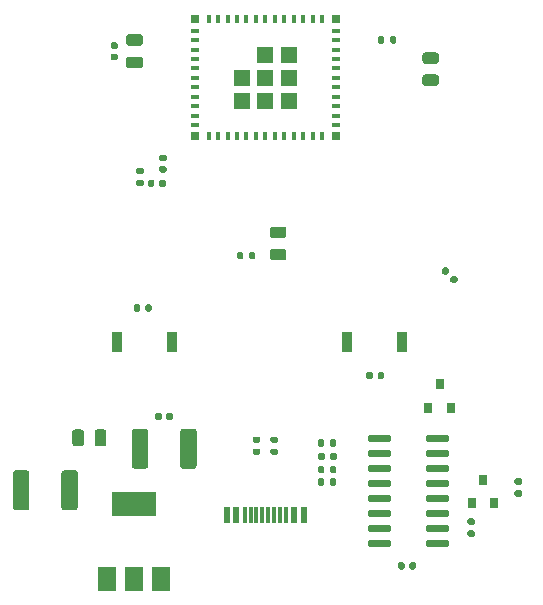
<source format=gbr>
%TF.GenerationSoftware,KiCad,Pcbnew,(5.1.12-1-10_14)*%
%TF.CreationDate,2021-12-26T14:39:33+08:00*%
%TF.ProjectId,esp32-c1_devboard,65737033-322d-4633-915f-646576626f61,rev?*%
%TF.SameCoordinates,Original*%
%TF.FileFunction,Paste,Top*%
%TF.FilePolarity,Positive*%
%FSLAX46Y46*%
G04 Gerber Fmt 4.6, Leading zero omitted, Abs format (unit mm)*
G04 Created by KiCad (PCBNEW (5.1.12-1-10_14)) date 2021-12-26 14:39:33*
%MOMM*%
%LPD*%
G01*
G04 APERTURE LIST*
%ADD10R,0.899998X1.699997*%
%ADD11R,1.500000X2.000000*%
%ADD12R,3.800000X2.000000*%
%ADD13R,0.399999X0.799998*%
%ADD14R,0.799998X0.399999*%
%ADD15R,1.450010X1.450010*%
%ADD16R,0.799998X0.799998*%
%ADD17R,0.800000X0.900000*%
%ADD18R,0.600000X1.450000*%
%ADD19R,0.300000X1.450000*%
G04 APERTURE END LIST*
%TO.C,R14*%
G36*
G01*
X123620000Y-70835000D02*
X123620000Y-70465000D01*
G75*
G02*
X123755000Y-70330000I135000J0D01*
G01*
X124025000Y-70330000D01*
G75*
G02*
X124160000Y-70465000I0J-135000D01*
G01*
X124160000Y-70835000D01*
G75*
G02*
X124025000Y-70970000I-135000J0D01*
G01*
X123755000Y-70970000D01*
G75*
G02*
X123620000Y-70835000I0J135000D01*
G01*
G37*
G36*
G01*
X122600000Y-70835000D02*
X122600000Y-70465000D01*
G75*
G02*
X122735000Y-70330000I135000J0D01*
G01*
X123005000Y-70330000D01*
G75*
G02*
X123140000Y-70465000I0J-135000D01*
G01*
X123140000Y-70835000D01*
G75*
G02*
X123005000Y-70970000I-135000J0D01*
G01*
X122735000Y-70970000D01*
G75*
G02*
X122600000Y-70835000I0J135000D01*
G01*
G37*
%TD*%
%TO.C,R12*%
G36*
G01*
X135080000Y-52195000D02*
X135080000Y-52565000D01*
G75*
G02*
X134945000Y-52700000I-135000J0D01*
G01*
X134675000Y-52700000D01*
G75*
G02*
X134540000Y-52565000I0J135000D01*
G01*
X134540000Y-52195000D01*
G75*
G02*
X134675000Y-52060000I135000J0D01*
G01*
X134945000Y-52060000D01*
G75*
G02*
X135080000Y-52195000I0J-135000D01*
G01*
G37*
G36*
G01*
X136100000Y-52195000D02*
X136100000Y-52565000D01*
G75*
G02*
X135965000Y-52700000I-135000J0D01*
G01*
X135695000Y-52700000D01*
G75*
G02*
X135560000Y-52565000I0J135000D01*
G01*
X135560000Y-52195000D01*
G75*
G02*
X135695000Y-52060000I135000J0D01*
G01*
X135965000Y-52060000D01*
G75*
G02*
X136100000Y-52195000I0J-135000D01*
G01*
G37*
%TD*%
%TO.C,IO4*%
G36*
G01*
X126546250Y-69170000D02*
X125633750Y-69170000D01*
G75*
G02*
X125390000Y-68926250I0J243750D01*
G01*
X125390000Y-68438750D01*
G75*
G02*
X125633750Y-68195000I243750J0D01*
G01*
X126546250Y-68195000D01*
G75*
G02*
X126790000Y-68438750I0J-243750D01*
G01*
X126790000Y-68926250D01*
G75*
G02*
X126546250Y-69170000I-243750J0D01*
G01*
G37*
G36*
G01*
X126546250Y-71045000D02*
X125633750Y-71045000D01*
G75*
G02*
X125390000Y-70801250I0J243750D01*
G01*
X125390000Y-70313750D01*
G75*
G02*
X125633750Y-70070000I243750J0D01*
G01*
X126546250Y-70070000D01*
G75*
G02*
X126790000Y-70313750I0J-243750D01*
G01*
X126790000Y-70801250D01*
G75*
G02*
X126546250Y-71045000I-243750J0D01*
G01*
G37*
%TD*%
%TO.C,VCC*%
G36*
G01*
X138533750Y-55310000D02*
X139446250Y-55310000D01*
G75*
G02*
X139690000Y-55553750I0J-243750D01*
G01*
X139690000Y-56041250D01*
G75*
G02*
X139446250Y-56285000I-243750J0D01*
G01*
X138533750Y-56285000D01*
G75*
G02*
X138290000Y-56041250I0J243750D01*
G01*
X138290000Y-55553750D01*
G75*
G02*
X138533750Y-55310000I243750J0D01*
G01*
G37*
G36*
G01*
X138533750Y-53435000D02*
X139446250Y-53435000D01*
G75*
G02*
X139690000Y-53678750I0J-243750D01*
G01*
X139690000Y-54166250D01*
G75*
G02*
X139446250Y-54410000I-243750J0D01*
G01*
X138533750Y-54410000D01*
G75*
G02*
X138290000Y-54166250I0J243750D01*
G01*
X138290000Y-53678750D01*
G75*
G02*
X138533750Y-53435000I243750J0D01*
G01*
G37*
%TD*%
%TO.C,C7*%
G36*
G01*
X105030000Y-89069999D02*
X105030000Y-91970001D01*
G75*
G02*
X104780001Y-92220000I-249999J0D01*
G01*
X103879999Y-92220000D01*
G75*
G02*
X103630000Y-91970001I0J249999D01*
G01*
X103630000Y-89069999D01*
G75*
G02*
X103879999Y-88820000I249999J0D01*
G01*
X104780001Y-88820000D01*
G75*
G02*
X105030000Y-89069999I0J-249999D01*
G01*
G37*
G36*
G01*
X109130000Y-89069999D02*
X109130000Y-91970001D01*
G75*
G02*
X108880001Y-92220000I-249999J0D01*
G01*
X107979999Y-92220000D01*
G75*
G02*
X107730000Y-91970001I0J249999D01*
G01*
X107730000Y-89069999D01*
G75*
G02*
X107979999Y-88820000I249999J0D01*
G01*
X108880001Y-88820000D01*
G75*
G02*
X109130000Y-89069999I0J-249999D01*
G01*
G37*
%TD*%
%TO.C,C5*%
G36*
G01*
X115090000Y-85549999D02*
X115090000Y-88450001D01*
G75*
G02*
X114840001Y-88700000I-249999J0D01*
G01*
X113939999Y-88700000D01*
G75*
G02*
X113690000Y-88450001I0J249999D01*
G01*
X113690000Y-85549999D01*
G75*
G02*
X113939999Y-85300000I249999J0D01*
G01*
X114840001Y-85300000D01*
G75*
G02*
X115090000Y-85549999I0J-249999D01*
G01*
G37*
G36*
G01*
X119190000Y-85549999D02*
X119190000Y-88450001D01*
G75*
G02*
X118940001Y-88700000I-249999J0D01*
G01*
X118039999Y-88700000D01*
G75*
G02*
X117790000Y-88450001I0J249999D01*
G01*
X117790000Y-85549999D01*
G75*
G02*
X118039999Y-85300000I249999J0D01*
G01*
X118940001Y-85300000D01*
G75*
G02*
X119190000Y-85549999I0J-249999D01*
G01*
G37*
%TD*%
D10*
%TO.C,RESET*%
X112470030Y-78000000D03*
X117069970Y-78000000D03*
%TD*%
%TO.C,BOOT*%
X131940030Y-78000000D03*
X136539970Y-78000000D03*
%TD*%
D11*
%TO.C,U4*%
X111560000Y-98010000D03*
X116160000Y-98010000D03*
X113860000Y-98010000D03*
D12*
X113860000Y-91710000D03*
%TD*%
%TO.C,U2*%
G36*
G01*
X138620000Y-86285000D02*
X138620000Y-85985000D01*
G75*
G02*
X138770000Y-85835000I150000J0D01*
G01*
X140420000Y-85835000D01*
G75*
G02*
X140570000Y-85985000I0J-150000D01*
G01*
X140570000Y-86285000D01*
G75*
G02*
X140420000Y-86435000I-150000J0D01*
G01*
X138770000Y-86435000D01*
G75*
G02*
X138620000Y-86285000I0J150000D01*
G01*
G37*
G36*
G01*
X138620000Y-87555000D02*
X138620000Y-87255000D01*
G75*
G02*
X138770000Y-87105000I150000J0D01*
G01*
X140420000Y-87105000D01*
G75*
G02*
X140570000Y-87255000I0J-150000D01*
G01*
X140570000Y-87555000D01*
G75*
G02*
X140420000Y-87705000I-150000J0D01*
G01*
X138770000Y-87705000D01*
G75*
G02*
X138620000Y-87555000I0J150000D01*
G01*
G37*
G36*
G01*
X138620000Y-88825000D02*
X138620000Y-88525000D01*
G75*
G02*
X138770000Y-88375000I150000J0D01*
G01*
X140420000Y-88375000D01*
G75*
G02*
X140570000Y-88525000I0J-150000D01*
G01*
X140570000Y-88825000D01*
G75*
G02*
X140420000Y-88975000I-150000J0D01*
G01*
X138770000Y-88975000D01*
G75*
G02*
X138620000Y-88825000I0J150000D01*
G01*
G37*
G36*
G01*
X138620000Y-90095000D02*
X138620000Y-89795000D01*
G75*
G02*
X138770000Y-89645000I150000J0D01*
G01*
X140420000Y-89645000D01*
G75*
G02*
X140570000Y-89795000I0J-150000D01*
G01*
X140570000Y-90095000D01*
G75*
G02*
X140420000Y-90245000I-150000J0D01*
G01*
X138770000Y-90245000D01*
G75*
G02*
X138620000Y-90095000I0J150000D01*
G01*
G37*
G36*
G01*
X138620000Y-91365000D02*
X138620000Y-91065000D01*
G75*
G02*
X138770000Y-90915000I150000J0D01*
G01*
X140420000Y-90915000D01*
G75*
G02*
X140570000Y-91065000I0J-150000D01*
G01*
X140570000Y-91365000D01*
G75*
G02*
X140420000Y-91515000I-150000J0D01*
G01*
X138770000Y-91515000D01*
G75*
G02*
X138620000Y-91365000I0J150000D01*
G01*
G37*
G36*
G01*
X138620000Y-92635000D02*
X138620000Y-92335000D01*
G75*
G02*
X138770000Y-92185000I150000J0D01*
G01*
X140420000Y-92185000D01*
G75*
G02*
X140570000Y-92335000I0J-150000D01*
G01*
X140570000Y-92635000D01*
G75*
G02*
X140420000Y-92785000I-150000J0D01*
G01*
X138770000Y-92785000D01*
G75*
G02*
X138620000Y-92635000I0J150000D01*
G01*
G37*
G36*
G01*
X138620000Y-93905000D02*
X138620000Y-93605000D01*
G75*
G02*
X138770000Y-93455000I150000J0D01*
G01*
X140420000Y-93455000D01*
G75*
G02*
X140570000Y-93605000I0J-150000D01*
G01*
X140570000Y-93905000D01*
G75*
G02*
X140420000Y-94055000I-150000J0D01*
G01*
X138770000Y-94055000D01*
G75*
G02*
X138620000Y-93905000I0J150000D01*
G01*
G37*
G36*
G01*
X138620000Y-95175000D02*
X138620000Y-94875000D01*
G75*
G02*
X138770000Y-94725000I150000J0D01*
G01*
X140420000Y-94725000D01*
G75*
G02*
X140570000Y-94875000I0J-150000D01*
G01*
X140570000Y-95175000D01*
G75*
G02*
X140420000Y-95325000I-150000J0D01*
G01*
X138770000Y-95325000D01*
G75*
G02*
X138620000Y-95175000I0J150000D01*
G01*
G37*
G36*
G01*
X133670000Y-95175000D02*
X133670000Y-94875000D01*
G75*
G02*
X133820000Y-94725000I150000J0D01*
G01*
X135470000Y-94725000D01*
G75*
G02*
X135620000Y-94875000I0J-150000D01*
G01*
X135620000Y-95175000D01*
G75*
G02*
X135470000Y-95325000I-150000J0D01*
G01*
X133820000Y-95325000D01*
G75*
G02*
X133670000Y-95175000I0J150000D01*
G01*
G37*
G36*
G01*
X133670000Y-93905000D02*
X133670000Y-93605000D01*
G75*
G02*
X133820000Y-93455000I150000J0D01*
G01*
X135470000Y-93455000D01*
G75*
G02*
X135620000Y-93605000I0J-150000D01*
G01*
X135620000Y-93905000D01*
G75*
G02*
X135470000Y-94055000I-150000J0D01*
G01*
X133820000Y-94055000D01*
G75*
G02*
X133670000Y-93905000I0J150000D01*
G01*
G37*
G36*
G01*
X133670000Y-92635000D02*
X133670000Y-92335000D01*
G75*
G02*
X133820000Y-92185000I150000J0D01*
G01*
X135470000Y-92185000D01*
G75*
G02*
X135620000Y-92335000I0J-150000D01*
G01*
X135620000Y-92635000D01*
G75*
G02*
X135470000Y-92785000I-150000J0D01*
G01*
X133820000Y-92785000D01*
G75*
G02*
X133670000Y-92635000I0J150000D01*
G01*
G37*
G36*
G01*
X133670000Y-91365000D02*
X133670000Y-91065000D01*
G75*
G02*
X133820000Y-90915000I150000J0D01*
G01*
X135470000Y-90915000D01*
G75*
G02*
X135620000Y-91065000I0J-150000D01*
G01*
X135620000Y-91365000D01*
G75*
G02*
X135470000Y-91515000I-150000J0D01*
G01*
X133820000Y-91515000D01*
G75*
G02*
X133670000Y-91365000I0J150000D01*
G01*
G37*
G36*
G01*
X133670000Y-90095000D02*
X133670000Y-89795000D01*
G75*
G02*
X133820000Y-89645000I150000J0D01*
G01*
X135470000Y-89645000D01*
G75*
G02*
X135620000Y-89795000I0J-150000D01*
G01*
X135620000Y-90095000D01*
G75*
G02*
X135470000Y-90245000I-150000J0D01*
G01*
X133820000Y-90245000D01*
G75*
G02*
X133670000Y-90095000I0J150000D01*
G01*
G37*
G36*
G01*
X133670000Y-88825000D02*
X133670000Y-88525000D01*
G75*
G02*
X133820000Y-88375000I150000J0D01*
G01*
X135470000Y-88375000D01*
G75*
G02*
X135620000Y-88525000I0J-150000D01*
G01*
X135620000Y-88825000D01*
G75*
G02*
X135470000Y-88975000I-150000J0D01*
G01*
X133820000Y-88975000D01*
G75*
G02*
X133670000Y-88825000I0J150000D01*
G01*
G37*
G36*
G01*
X133670000Y-87555000D02*
X133670000Y-87255000D01*
G75*
G02*
X133820000Y-87105000I150000J0D01*
G01*
X135470000Y-87105000D01*
G75*
G02*
X135620000Y-87255000I0J-150000D01*
G01*
X135620000Y-87555000D01*
G75*
G02*
X135470000Y-87705000I-150000J0D01*
G01*
X133820000Y-87705000D01*
G75*
G02*
X133670000Y-87555000I0J150000D01*
G01*
G37*
G36*
G01*
X133670000Y-86285000D02*
X133670000Y-85985000D01*
G75*
G02*
X133820000Y-85835000I150000J0D01*
G01*
X135470000Y-85835000D01*
G75*
G02*
X135620000Y-85985000I0J-150000D01*
G01*
X135620000Y-86285000D01*
G75*
G02*
X135470000Y-86435000I-150000J0D01*
G01*
X133820000Y-86435000D01*
G75*
G02*
X133670000Y-86285000I0J150000D01*
G01*
G37*
%TD*%
D13*
%TO.C,U1*%
X121800108Y-50650048D03*
X122600208Y-50650048D03*
X123400054Y-50650048D03*
X124200154Y-50650048D03*
X125000254Y-50650048D03*
X125800100Y-50650048D03*
X126600200Y-50650048D03*
X127400046Y-50650048D03*
X128200146Y-50650048D03*
X128999992Y-50650048D03*
X129800092Y-50650048D03*
D14*
X130949950Y-55600000D03*
X130949950Y-56400100D03*
X130949950Y-57199946D03*
X130949950Y-58000046D03*
X130949950Y-58800146D03*
X130949950Y-59599992D03*
D13*
X120199908Y-60549952D03*
X121000008Y-60549952D03*
X121799854Y-60549952D03*
X122599954Y-60549952D03*
D15*
X125000000Y-55600000D03*
D16*
X119050050Y-50650048D03*
X119050050Y-60549952D03*
X130949950Y-60549952D03*
X130949950Y-50650048D03*
D14*
X119050050Y-51600008D03*
X119050050Y-52400108D03*
X119050050Y-53199954D03*
X119050050Y-54000054D03*
X119050050Y-54799900D03*
X119050050Y-55600000D03*
X119050050Y-56399846D03*
X119050050Y-57199946D03*
X119050050Y-58000046D03*
X119050050Y-58799892D03*
X119050050Y-59599992D03*
D13*
X123400054Y-60549952D03*
X124200154Y-60549952D03*
X125000000Y-60549952D03*
X125800100Y-60549952D03*
X126599946Y-60549952D03*
X127400046Y-60549952D03*
X128199892Y-60549952D03*
X128999992Y-60549952D03*
X129800092Y-60549952D03*
D14*
X130949950Y-54800154D03*
X130949950Y-54000054D03*
X130949950Y-53200208D03*
X130949950Y-52399854D03*
X130949950Y-51600008D03*
D13*
X121000008Y-50650048D03*
X120200162Y-50650048D03*
D15*
X126975104Y-55600000D03*
X126975104Y-53624896D03*
X125000000Y-53624896D03*
X123024896Y-55600000D03*
X123024896Y-57575104D03*
X125000000Y-57575104D03*
X126975104Y-57575104D03*
%TD*%
%TO.C,R13*%
G36*
G01*
X140561109Y-72009480D02*
X140299480Y-72271109D01*
G75*
G02*
X140108562Y-72271109I-95459J95459D01*
G01*
X139917643Y-72080190D01*
G75*
G02*
X139917643Y-71889272I95459J95459D01*
G01*
X140179272Y-71627643D01*
G75*
G02*
X140370190Y-71627643I95459J-95459D01*
G01*
X140561109Y-71818562D01*
G75*
G02*
X140561109Y-72009480I-95459J-95459D01*
G01*
G37*
G36*
G01*
X141282357Y-72730728D02*
X141020728Y-72992357D01*
G75*
G02*
X140829810Y-72992357I-95459J95459D01*
G01*
X140638891Y-72801438D01*
G75*
G02*
X140638891Y-72610520I95459J95459D01*
G01*
X140900520Y-72348891D01*
G75*
G02*
X141091438Y-72348891I95459J-95459D01*
G01*
X141282357Y-72539810D01*
G75*
G02*
X141282357Y-72730728I-95459J-95459D01*
G01*
G37*
%TD*%
%TO.C,R11*%
G36*
G01*
X114555000Y-63750000D02*
X114185000Y-63750000D01*
G75*
G02*
X114050000Y-63615000I0J135000D01*
G01*
X114050000Y-63345000D01*
G75*
G02*
X114185000Y-63210000I135000J0D01*
G01*
X114555000Y-63210000D01*
G75*
G02*
X114690000Y-63345000I0J-135000D01*
G01*
X114690000Y-63615000D01*
G75*
G02*
X114555000Y-63750000I-135000J0D01*
G01*
G37*
G36*
G01*
X114555000Y-64770000D02*
X114185000Y-64770000D01*
G75*
G02*
X114050000Y-64635000I0J135000D01*
G01*
X114050000Y-64365000D01*
G75*
G02*
X114185000Y-64230000I135000J0D01*
G01*
X114555000Y-64230000D01*
G75*
G02*
X114690000Y-64365000I0J-135000D01*
G01*
X114690000Y-64635000D01*
G75*
G02*
X114555000Y-64770000I-135000J0D01*
G01*
G37*
%TD*%
%TO.C,R10*%
G36*
G01*
X146225000Y-90520000D02*
X146595000Y-90520000D01*
G75*
G02*
X146730000Y-90655000I0J-135000D01*
G01*
X146730000Y-90925000D01*
G75*
G02*
X146595000Y-91060000I-135000J0D01*
G01*
X146225000Y-91060000D01*
G75*
G02*
X146090000Y-90925000I0J135000D01*
G01*
X146090000Y-90655000D01*
G75*
G02*
X146225000Y-90520000I135000J0D01*
G01*
G37*
G36*
G01*
X146225000Y-89500000D02*
X146595000Y-89500000D01*
G75*
G02*
X146730000Y-89635000I0J-135000D01*
G01*
X146730000Y-89905000D01*
G75*
G02*
X146595000Y-90040000I-135000J0D01*
G01*
X146225000Y-90040000D01*
G75*
G02*
X146090000Y-89905000I0J135000D01*
G01*
X146090000Y-89635000D01*
G75*
G02*
X146225000Y-89500000I135000J0D01*
G01*
G37*
%TD*%
%TO.C,R9*%
G36*
G01*
X142245000Y-93920000D02*
X142615000Y-93920000D01*
G75*
G02*
X142750000Y-94055000I0J-135000D01*
G01*
X142750000Y-94325000D01*
G75*
G02*
X142615000Y-94460000I-135000J0D01*
G01*
X142245000Y-94460000D01*
G75*
G02*
X142110000Y-94325000I0J135000D01*
G01*
X142110000Y-94055000D01*
G75*
G02*
X142245000Y-93920000I135000J0D01*
G01*
G37*
G36*
G01*
X142245000Y-92900000D02*
X142615000Y-92900000D01*
G75*
G02*
X142750000Y-93035000I0J-135000D01*
G01*
X142750000Y-93305000D01*
G75*
G02*
X142615000Y-93440000I-135000J0D01*
G01*
X142245000Y-93440000D01*
G75*
G02*
X142110000Y-93305000I0J135000D01*
G01*
X142110000Y-93035000D01*
G75*
G02*
X142245000Y-92900000I135000J0D01*
G01*
G37*
%TD*%
%TO.C,R8*%
G36*
G01*
X130020000Y-87485000D02*
X130020000Y-87855000D01*
G75*
G02*
X129885000Y-87990000I-135000J0D01*
G01*
X129615000Y-87990000D01*
G75*
G02*
X129480000Y-87855000I0J135000D01*
G01*
X129480000Y-87485000D01*
G75*
G02*
X129615000Y-87350000I135000J0D01*
G01*
X129885000Y-87350000D01*
G75*
G02*
X130020000Y-87485000I0J-135000D01*
G01*
G37*
G36*
G01*
X131040000Y-87485000D02*
X131040000Y-87855000D01*
G75*
G02*
X130905000Y-87990000I-135000J0D01*
G01*
X130635000Y-87990000D01*
G75*
G02*
X130500000Y-87855000I0J135000D01*
G01*
X130500000Y-87485000D01*
G75*
G02*
X130635000Y-87350000I135000J0D01*
G01*
X130905000Y-87350000D01*
G75*
G02*
X131040000Y-87485000I0J-135000D01*
G01*
G37*
%TD*%
%TO.C,R7*%
G36*
G01*
X130000000Y-86325000D02*
X130000000Y-86695000D01*
G75*
G02*
X129865000Y-86830000I-135000J0D01*
G01*
X129595000Y-86830000D01*
G75*
G02*
X129460000Y-86695000I0J135000D01*
G01*
X129460000Y-86325000D01*
G75*
G02*
X129595000Y-86190000I135000J0D01*
G01*
X129865000Y-86190000D01*
G75*
G02*
X130000000Y-86325000I0J-135000D01*
G01*
G37*
G36*
G01*
X131020000Y-86325000D02*
X131020000Y-86695000D01*
G75*
G02*
X130885000Y-86830000I-135000J0D01*
G01*
X130615000Y-86830000D01*
G75*
G02*
X130480000Y-86695000I0J135000D01*
G01*
X130480000Y-86325000D01*
G75*
G02*
X130615000Y-86190000I135000J0D01*
G01*
X130885000Y-86190000D01*
G75*
G02*
X131020000Y-86325000I0J-135000D01*
G01*
G37*
%TD*%
%TO.C,R6*%
G36*
G01*
X130480000Y-88955000D02*
X130480000Y-88585000D01*
G75*
G02*
X130615000Y-88450000I135000J0D01*
G01*
X130885000Y-88450000D01*
G75*
G02*
X131020000Y-88585000I0J-135000D01*
G01*
X131020000Y-88955000D01*
G75*
G02*
X130885000Y-89090000I-135000J0D01*
G01*
X130615000Y-89090000D01*
G75*
G02*
X130480000Y-88955000I0J135000D01*
G01*
G37*
G36*
G01*
X129460000Y-88955000D02*
X129460000Y-88585000D01*
G75*
G02*
X129595000Y-88450000I135000J0D01*
G01*
X129865000Y-88450000D01*
G75*
G02*
X130000000Y-88585000I0J-135000D01*
G01*
X130000000Y-88955000D01*
G75*
G02*
X129865000Y-89090000I-135000J0D01*
G01*
X129595000Y-89090000D01*
G75*
G02*
X129460000Y-88955000I0J135000D01*
G01*
G37*
%TD*%
%TO.C,R5*%
G36*
G01*
X125935000Y-86510000D02*
X125565000Y-86510000D01*
G75*
G02*
X125430000Y-86375000I0J135000D01*
G01*
X125430000Y-86105000D01*
G75*
G02*
X125565000Y-85970000I135000J0D01*
G01*
X125935000Y-85970000D01*
G75*
G02*
X126070000Y-86105000I0J-135000D01*
G01*
X126070000Y-86375000D01*
G75*
G02*
X125935000Y-86510000I-135000J0D01*
G01*
G37*
G36*
G01*
X125935000Y-87530000D02*
X125565000Y-87530000D01*
G75*
G02*
X125430000Y-87395000I0J135000D01*
G01*
X125430000Y-87125000D01*
G75*
G02*
X125565000Y-86990000I135000J0D01*
G01*
X125935000Y-86990000D01*
G75*
G02*
X126070000Y-87125000I0J-135000D01*
G01*
X126070000Y-87395000D01*
G75*
G02*
X125935000Y-87530000I-135000J0D01*
G01*
G37*
%TD*%
%TO.C,R4*%
G36*
G01*
X124435000Y-86510000D02*
X124065000Y-86510000D01*
G75*
G02*
X123930000Y-86375000I0J135000D01*
G01*
X123930000Y-86105000D01*
G75*
G02*
X124065000Y-85970000I135000J0D01*
G01*
X124435000Y-85970000D01*
G75*
G02*
X124570000Y-86105000I0J-135000D01*
G01*
X124570000Y-86375000D01*
G75*
G02*
X124435000Y-86510000I-135000J0D01*
G01*
G37*
G36*
G01*
X124435000Y-87530000D02*
X124065000Y-87530000D01*
G75*
G02*
X123930000Y-87395000I0J135000D01*
G01*
X123930000Y-87125000D01*
G75*
G02*
X124065000Y-86990000I135000J0D01*
G01*
X124435000Y-86990000D01*
G75*
G02*
X124570000Y-87125000I0J-135000D01*
G01*
X124570000Y-87395000D01*
G75*
G02*
X124435000Y-87530000I-135000J0D01*
G01*
G37*
%TD*%
%TO.C,R3*%
G36*
G01*
X130460000Y-89995000D02*
X130460000Y-89625000D01*
G75*
G02*
X130595000Y-89490000I135000J0D01*
G01*
X130865000Y-89490000D01*
G75*
G02*
X131000000Y-89625000I0J-135000D01*
G01*
X131000000Y-89995000D01*
G75*
G02*
X130865000Y-90130000I-135000J0D01*
G01*
X130595000Y-90130000D01*
G75*
G02*
X130460000Y-89995000I0J135000D01*
G01*
G37*
G36*
G01*
X129440000Y-89995000D02*
X129440000Y-89625000D01*
G75*
G02*
X129575000Y-89490000I135000J0D01*
G01*
X129845000Y-89490000D01*
G75*
G02*
X129980000Y-89625000I0J-135000D01*
G01*
X129980000Y-89995000D01*
G75*
G02*
X129845000Y-90130000I-135000J0D01*
G01*
X129575000Y-90130000D01*
G75*
G02*
X129440000Y-89995000I0J135000D01*
G01*
G37*
%TD*%
D17*
%TO.C,Q2*%
X143410000Y-89610000D03*
X144360000Y-91610000D03*
X142460000Y-91610000D03*
%TD*%
%TO.C,Q1*%
X139760000Y-81550000D03*
X140710000Y-83550000D03*
X138810000Y-83550000D03*
%TD*%
D18*
%TO.C,J1*%
X128250000Y-92625000D03*
X127450000Y-92625000D03*
X122550000Y-92625000D03*
X121750000Y-92625000D03*
X121750000Y-92625000D03*
X122550000Y-92625000D03*
X127450000Y-92625000D03*
X128250000Y-92625000D03*
D19*
X123250000Y-92625000D03*
X123750000Y-92625000D03*
X124250000Y-92625000D03*
X125250000Y-92625000D03*
X125750000Y-92625000D03*
X126250000Y-92625000D03*
X126750000Y-92625000D03*
X124750000Y-92625000D03*
%TD*%
%TO.C,C11*%
G36*
G01*
X116160000Y-63060000D02*
X116500000Y-63060000D01*
G75*
G02*
X116640000Y-63200000I0J-140000D01*
G01*
X116640000Y-63480000D01*
G75*
G02*
X116500000Y-63620000I-140000J0D01*
G01*
X116160000Y-63620000D01*
G75*
G02*
X116020000Y-63480000I0J140000D01*
G01*
X116020000Y-63200000D01*
G75*
G02*
X116160000Y-63060000I140000J0D01*
G01*
G37*
G36*
G01*
X116160000Y-62100000D02*
X116500000Y-62100000D01*
G75*
G02*
X116640000Y-62240000I0J-140000D01*
G01*
X116640000Y-62520000D01*
G75*
G02*
X116500000Y-62660000I-140000J0D01*
G01*
X116160000Y-62660000D01*
G75*
G02*
X116020000Y-62520000I0J140000D01*
G01*
X116020000Y-62240000D01*
G75*
G02*
X116160000Y-62100000I140000J0D01*
G01*
G37*
%TD*%
%TO.C,C10*%
G36*
G01*
X136790000Y-96750000D02*
X136790000Y-97090000D01*
G75*
G02*
X136650000Y-97230000I-140000J0D01*
G01*
X136370000Y-97230000D01*
G75*
G02*
X136230000Y-97090000I0J140000D01*
G01*
X136230000Y-96750000D01*
G75*
G02*
X136370000Y-96610000I140000J0D01*
G01*
X136650000Y-96610000D01*
G75*
G02*
X136790000Y-96750000I0J-140000D01*
G01*
G37*
G36*
G01*
X137750000Y-96750000D02*
X137750000Y-97090000D01*
G75*
G02*
X137610000Y-97230000I-140000J0D01*
G01*
X137330000Y-97230000D01*
G75*
G02*
X137190000Y-97090000I0J140000D01*
G01*
X137190000Y-96750000D01*
G75*
G02*
X137330000Y-96610000I140000J0D01*
G01*
X137610000Y-96610000D01*
G75*
G02*
X137750000Y-96750000I0J-140000D01*
G01*
G37*
%TD*%
%TO.C,C9*%
G36*
G01*
X114395000Y-52890000D02*
X113445000Y-52890000D01*
G75*
G02*
X113195000Y-52640000I0J250000D01*
G01*
X113195000Y-52140000D01*
G75*
G02*
X113445000Y-51890000I250000J0D01*
G01*
X114395000Y-51890000D01*
G75*
G02*
X114645000Y-52140000I0J-250000D01*
G01*
X114645000Y-52640000D01*
G75*
G02*
X114395000Y-52890000I-250000J0D01*
G01*
G37*
G36*
G01*
X114395000Y-54790000D02*
X113445000Y-54790000D01*
G75*
G02*
X113195000Y-54540000I0J250000D01*
G01*
X113195000Y-54040000D01*
G75*
G02*
X113445000Y-53790000I250000J0D01*
G01*
X114395000Y-53790000D01*
G75*
G02*
X114645000Y-54040000I0J-250000D01*
G01*
X114645000Y-54540000D01*
G75*
G02*
X114395000Y-54790000I-250000J0D01*
G01*
G37*
%TD*%
%TO.C,C8*%
G36*
G01*
X110540000Y-86555000D02*
X110540000Y-85605000D01*
G75*
G02*
X110790000Y-85355000I250000J0D01*
G01*
X111290000Y-85355000D01*
G75*
G02*
X111540000Y-85605000I0J-250000D01*
G01*
X111540000Y-86555000D01*
G75*
G02*
X111290000Y-86805000I-250000J0D01*
G01*
X110790000Y-86805000D01*
G75*
G02*
X110540000Y-86555000I0J250000D01*
G01*
G37*
G36*
G01*
X108640000Y-86555000D02*
X108640000Y-85605000D01*
G75*
G02*
X108890000Y-85355000I250000J0D01*
G01*
X109390000Y-85355000D01*
G75*
G02*
X109640000Y-85605000I0J-250000D01*
G01*
X109640000Y-86555000D01*
G75*
G02*
X109390000Y-86805000I-250000J0D01*
G01*
X108890000Y-86805000D01*
G75*
G02*
X108640000Y-86555000I0J250000D01*
G01*
G37*
%TD*%
%TO.C,C6*%
G36*
G01*
X116220000Y-84100000D02*
X116220000Y-84440000D01*
G75*
G02*
X116080000Y-84580000I-140000J0D01*
G01*
X115800000Y-84580000D01*
G75*
G02*
X115660000Y-84440000I0J140000D01*
G01*
X115660000Y-84100000D01*
G75*
G02*
X115800000Y-83960000I140000J0D01*
G01*
X116080000Y-83960000D01*
G75*
G02*
X116220000Y-84100000I0J-140000D01*
G01*
G37*
G36*
G01*
X117180000Y-84100000D02*
X117180000Y-84440000D01*
G75*
G02*
X117040000Y-84580000I-140000J0D01*
G01*
X116760000Y-84580000D01*
G75*
G02*
X116620000Y-84440000I0J140000D01*
G01*
X116620000Y-84100000D01*
G75*
G02*
X116760000Y-83960000I140000J0D01*
G01*
X117040000Y-83960000D01*
G75*
G02*
X117180000Y-84100000I0J-140000D01*
G01*
G37*
%TD*%
%TO.C,C4*%
G36*
G01*
X114820000Y-75250000D02*
X114820000Y-74910000D01*
G75*
G02*
X114960000Y-74770000I140000J0D01*
G01*
X115240000Y-74770000D01*
G75*
G02*
X115380000Y-74910000I0J-140000D01*
G01*
X115380000Y-75250000D01*
G75*
G02*
X115240000Y-75390000I-140000J0D01*
G01*
X114960000Y-75390000D01*
G75*
G02*
X114820000Y-75250000I0J140000D01*
G01*
G37*
G36*
G01*
X113860000Y-75250000D02*
X113860000Y-74910000D01*
G75*
G02*
X114000000Y-74770000I140000J0D01*
G01*
X114280000Y-74770000D01*
G75*
G02*
X114420000Y-74910000I0J-140000D01*
G01*
X114420000Y-75250000D01*
G75*
G02*
X114280000Y-75390000I-140000J0D01*
G01*
X114000000Y-75390000D01*
G75*
G02*
X113860000Y-75250000I0J140000D01*
G01*
G37*
%TD*%
%TO.C,C3*%
G36*
G01*
X134500000Y-80990000D02*
X134500000Y-80650000D01*
G75*
G02*
X134640000Y-80510000I140000J0D01*
G01*
X134920000Y-80510000D01*
G75*
G02*
X135060000Y-80650000I0J-140000D01*
G01*
X135060000Y-80990000D01*
G75*
G02*
X134920000Y-81130000I-140000J0D01*
G01*
X134640000Y-81130000D01*
G75*
G02*
X134500000Y-80990000I0J140000D01*
G01*
G37*
G36*
G01*
X133540000Y-80990000D02*
X133540000Y-80650000D01*
G75*
G02*
X133680000Y-80510000I140000J0D01*
G01*
X133960000Y-80510000D01*
G75*
G02*
X134100000Y-80650000I0J-140000D01*
G01*
X134100000Y-80990000D01*
G75*
G02*
X133960000Y-81130000I-140000J0D01*
G01*
X133680000Y-81130000D01*
G75*
G02*
X133540000Y-80990000I0J140000D01*
G01*
G37*
%TD*%
%TO.C,C2*%
G36*
G01*
X112370000Y-53150000D02*
X112030000Y-53150000D01*
G75*
G02*
X111890000Y-53010000I0J140000D01*
G01*
X111890000Y-52730000D01*
G75*
G02*
X112030000Y-52590000I140000J0D01*
G01*
X112370000Y-52590000D01*
G75*
G02*
X112510000Y-52730000I0J-140000D01*
G01*
X112510000Y-53010000D01*
G75*
G02*
X112370000Y-53150000I-140000J0D01*
G01*
G37*
G36*
G01*
X112370000Y-54110000D02*
X112030000Y-54110000D01*
G75*
G02*
X111890000Y-53970000I0J140000D01*
G01*
X111890000Y-53690000D01*
G75*
G02*
X112030000Y-53550000I140000J0D01*
G01*
X112370000Y-53550000D01*
G75*
G02*
X112510000Y-53690000I0J-140000D01*
G01*
X112510000Y-53970000D01*
G75*
G02*
X112370000Y-54110000I-140000J0D01*
G01*
G37*
%TD*%
%TO.C,C1*%
G36*
G01*
X116010000Y-64700000D02*
X116010000Y-64360000D01*
G75*
G02*
X116150000Y-64220000I140000J0D01*
G01*
X116430000Y-64220000D01*
G75*
G02*
X116570000Y-64360000I0J-140000D01*
G01*
X116570000Y-64700000D01*
G75*
G02*
X116430000Y-64840000I-140000J0D01*
G01*
X116150000Y-64840000D01*
G75*
G02*
X116010000Y-64700000I0J140000D01*
G01*
G37*
G36*
G01*
X115050000Y-64700000D02*
X115050000Y-64360000D01*
G75*
G02*
X115190000Y-64220000I140000J0D01*
G01*
X115470000Y-64220000D01*
G75*
G02*
X115610000Y-64360000I0J-140000D01*
G01*
X115610000Y-64700000D01*
G75*
G02*
X115470000Y-64840000I-140000J0D01*
G01*
X115190000Y-64840000D01*
G75*
G02*
X115050000Y-64700000I0J140000D01*
G01*
G37*
%TD*%
M02*

</source>
